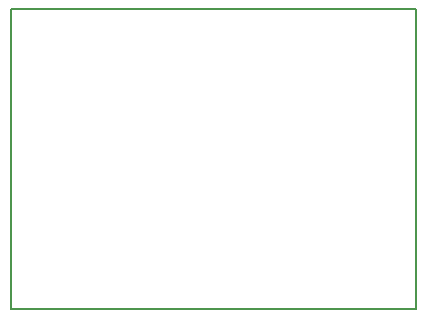
<source format=gko>
G04 #@! TF.FileFunction,Profile,NP*
%FSLAX46Y46*%
G04 Gerber Fmt 4.6, Leading zero omitted, Abs format (unit mm)*
G04 Created by KiCad (PCBNEW 4.0.2-stable) date 2016 May 29, Sunday 21:59:10*
%MOMM*%
G01*
G04 APERTURE LIST*
%ADD10C,0.100000*%
%ADD11C,0.150000*%
G04 APERTURE END LIST*
D10*
D11*
X88138000Y-80010000D02*
X122428000Y-80010000D01*
X122428000Y-105410000D02*
X88138000Y-105410000D01*
X122428000Y-80010000D02*
X122428000Y-105410000D01*
X88138000Y-105410000D02*
X88138000Y-80010000D01*
M02*

</source>
